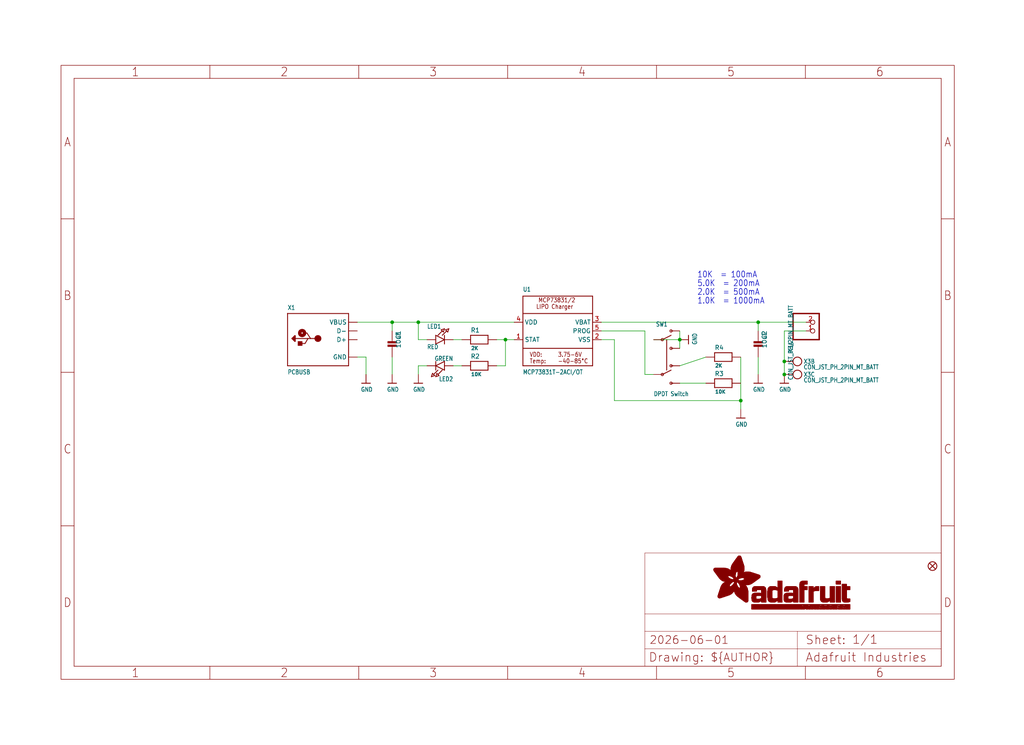
<source format=kicad_sch>
(kicad_sch (version 20230121) (generator eeschema)
  (paper "User" 298.45 217.322)
  (lib_symbols
    (symbol "working-eagle-import:CAP_CERAMIC0805-NOOUTLINE"
      (property "Reference" "C" (at -2.29 1.25 90))
      (symbol "CAP_CERAMIC0805-NOOUTLINE_1_0"
        (pin passive line (at 0 5.08 270) (length 2.54) (name "1") (number "1"))
        (pin passive line (at 0 -2.54 90) (length 2.54) (name "2") (number "2"))
      )
    )
    (symbol "working-eagle-import:CON_JST_PH_2PIN_MT_BATT"
      (property "Reference" "X" (at 0 5.588 90))
      (symbol "CON_JST_PH_2PIN_MT_BATT_1_0"
        (pin passive inverted (at -2.54 2.54 0) (length 2.54) (name "1") (number "1"))
        (pin passive inverted (at -2.54 0 0) (length 2.54) (name "2") (number "2"))
      )
      (symbol "CON_JST_PH_2PIN_MT_BATT_2_0"
        (pin bidirectional line (at 0 0 90) (length 2.54) (name "P$1") (number "NC2"))
      )
      (symbol "CON_JST_PH_2PIN_MT_BATT_3_0"
        (pin bidirectional line (at 0 0 90) (length 2.54) (name "P$1") (number "NC1"))
      )
    )
    (symbol "working-eagle-import:FIDUCIAL_1MM")
    (symbol "working-eagle-import:FRAME_A4_ADAFRUIT"
      (symbol "FRAME_A4_ADAFRUIT_1_0"
        (text "${#}/${##}" (at 230.505 10.16 0) (effects (font (size 2.54 2.54)) (justify left bottom)))
        (text "${AUTHOR}" (at 189.23 5.08 0) (effects (font (size 2.286 2.286)) (justify left bottom)))
        (text "${CURRENT_DATE}" (at 171.45 10.16 0) (effects (font (size 2.286 2.286)) (justify left bottom)))
        (text "${PROJECTNAME}" (at 171.45 15.24 0) (effects (font (size 2.54 2.54)) (justify left bottom)))
        (text "1" (at 21.6958 1.905 0) (effects (font (size 2.54 2.286))))
        (text "1" (at 21.6958 177.165 0) (effects (font (size 2.54 2.286))))
        (text "2" (at 65.0875 1.905 0) (effects (font (size 2.54 2.286))))
        (text "2" (at 65.0875 177.165 0) (effects (font (size 2.54 2.286))))
        (text "3" (at 108.4792 1.905 0) (effects (font (size 2.54 2.286))))
        (text "3" (at 108.4792 177.165 0) (effects (font (size 2.54 2.286))))
        (text "4" (at 151.8708 1.905 0) (effects (font (size 2.54 2.286))))
        (text "4" (at 151.8708 177.165 0) (effects (font (size 2.54 2.286))))
        (text "5" (at 195.2625 1.905 0) (effects (font (size 2.54 2.286))))
        (text "5" (at 195.2625 177.165 0) (effects (font (size 2.54 2.286))))
        (text "6" (at 238.6542 1.905 0) (effects (font (size 2.54 2.286))))
        (text "6" (at 238.6542 177.165 0) (effects (font (size 2.54 2.286))))
        (text "A" (at 1.905 156.6863 0) (effects (font (size 2.54 2.286))))
        (text "A" (at 258.445 156.6863 0) (effects (font (size 2.54 2.286))))
        (text "Adafruit Industries" (at 216.916 4.953 0) (effects (font (size 2.54 2.54)) (justify left bottom)))
        (text "B" (at 1.905 111.9188 0) (effects (font (size 2.54 2.286))))
        (text "B" (at 258.445 111.9188 0) (effects (font (size 2.54 2.286))))
        (text "C" (at 1.905 67.1513 0) (effects (font (size 2.54 2.286))))
        (text "C" (at 258.445 67.1513 0) (effects (font (size 2.54 2.286))))
        (text "D" (at 1.905 22.3838 0) (effects (font (size 2.54 2.286))))
        (text "D" (at 258.445 22.3838 0) (effects (font (size 2.54 2.286))))
        (text "Drawing:" (at 171.196 4.953 0) (effects (font (size 2.54 2.54)) (justify left bottom)))
        (text "Sheet:" (at 216.916 10.033 0) (effects (font (size 2.54 2.54)) (justify left bottom)))
      )
    )
    (symbol "working-eagle-import:GND" (power)
      (property "Value" "GND" (at -1.524 -2.54 0))
      (symbol "GND_1_0"
        (pin power_in line (at 0 2.54 270) (length 2.54) (name "GND") (number "1"))
      )
    )
    (symbol "working-eagle-import:LED0603_NOOUTLINE"
      (property "Reference" "D" (at -1.27 4.445 0))
      (symbol "LED0603_NOOUTLINE_1_0"
        (pin passive line (at -5.08 0 0) (length 2.54) (name "A") (number "A"))
        (pin passive line (at 2.54 0 180) (length 2.54) (name "C") (number "C"))
      )
    )
    (symbol "working-eagle-import:MCP73831/2"
      (property "Reference" "U" (at -10.16 11.43 0))
      (symbol "MCP73831/2_1_0"
        (text "-40-85°C" (at 0 -9.525 0) (effects (font (size 1.27 1.0795)) (justify left bottom)))
        (text "3.75-6V" (at 0 -7.62 0) (effects (font (size 1.27 1.0795)) (justify left bottom)))
        (text "LIPO Charger" (at -6.35 6.35 0) (effects (font (size 1.27 1.0795)) (justify left bottom)))
        (text "MCP73831/2" (at -5.715 8.255 0) (effects (font (size 1.27 1.0795)) (justify left bottom)))
        (text "Temp:" (at -8.255 -9.525 0) (effects (font (size 1.27 1.0795)) (justify left bottom)))
        (text "VDD:" (at -8.255 -7.62 0) (effects (font (size 1.27 1.0795)) (justify left bottom)))
        (pin output line (at -12.7 -2.54 0) (length 2.54) (name "STAT") (number "1"))
        (pin power_in line (at 12.7 -2.54 180) (length 2.54) (name "VSS") (number "2"))
        (pin power_in line (at 12.7 2.54 180) (length 2.54) (name "VBAT") (number "3"))
        (pin power_in line (at -12.7 2.54 0) (length 2.54) (name "VDD") (number "4"))
        (pin input line (at 12.7 0 180) (length 2.54) (name "PROG") (number "5"))
      )
    )
    (symbol "working-eagle-import:RESISTOR_0603_NOOUT"
      (property "Reference" "R" (at 0 2.54 0))
      (symbol "RESISTOR_0603_NOOUT_1_0"
        (pin passive line (at -5.08 0 0) (length 2.54) (name "1") (number "1"))
        (pin passive line (at 5.08 0 180) (length 2.54) (name "2") (number "2"))
      )
    )
    (symbol "working-eagle-import:SWITCH_DPDTEG1390"
      (property "Reference" "SW" (at -4.445 8.89 0))
      (symbol "SWITCH_DPDTEG1390_1_0"
        (pin passive line (at 2.54 7.62 180) (length 2.54) (name "O1") (number "O1"))
        (pin passive line (at 2.54 -2.54 180) (length 2.54) (name "O2") (number "O2"))
        (pin passive line (at -5.08 5.08 0) (length 2.54) (name "P1") (number "P1"))
        (pin passive line (at -5.08 -5.08 0) (length 2.54) (name "P2") (number "P2"))
        (pin passive line (at 2.54 2.54 180) (length 2.54) (name "S1") (number "S1"))
        (pin passive line (at 2.54 -7.62 180) (length 2.54) (name "S2") (number "S2"))
      )
    )
    (symbol "working-eagle-import:USB_TYPEAPCB"
      (property "Reference" "X" (at -10.16 8.636 0))
      (symbol "USB_TYPEAPCB_1_0"
        (pin power_in line (at 10.16 -5.08 180) (length 2.54) (name "GND") (number "GND"))
        (pin bidirectional line (at 10.16 2.54 180) (length 2.54) (name "D-") (number "USB_NEG"))
        (pin bidirectional line (at 10.16 0 180) (length 2.54) (name "D+") (number "USB_PLUS"))
        (pin power_in line (at 10.16 5.08 180) (length 2.54) (name "VBUS") (number "VCC"))
      )
    )
  )
  (junction (at 215.9 116.84))
  (junction (at 114.3 93.98))
  (junction (at 228.6 109.22))
  (junction (at 220.98 93.98))
  (junction (at 198.12 99.06))
  (junction (at 228.6 105.41))
  (junction (at 147.32 99.06))
  (junction (at 121.92 93.98))
  (wire (pts (xy 114.3 93.98) (xy 121.92 93.98)) (stroke (width 0.1524)))
  (wire (pts (xy 198.12 106.68) (xy 205.74 104.14)) (stroke (width 0.1524)))
  (wire (pts (xy 187.96 109.22) (xy 187.96 96.52)) (stroke (width 0.1524)))
  (wire (pts (xy 104.14 93.98) (xy 114.3 93.98)) (stroke (width 0.1524)))
  (wire (pts (xy 234.95 93.98) (xy 220.98 93.98)) (stroke (width 0.1524)))
  (wire (pts (xy 220.98 93.98) (xy 175.26 93.98)) (stroke (width 0.1524)))
  (wire (pts (xy 114.3 104.14) (xy 114.3 109.22)) (stroke (width 0.1524)))
  (wire (pts (xy 132.08 99.06) (xy 134.62 99.06)) (stroke (width 0.1524)))
  (wire (pts (xy 198.12 99.06) (xy 198.12 96.52)) (stroke (width 0.1524)))
  (wire (pts (xy 147.32 106.68) (xy 147.32 99.06)) (stroke (width 0.1524)))
  (wire (pts (xy 144.78 99.06) (xy 147.32 99.06)) (stroke (width 0.1524)))
  (wire (pts (xy 215.9 104.14) (xy 215.9 116.84)) (stroke (width 0.1524)))
  (wire (pts (xy 144.78 106.68) (xy 147.32 106.68)) (stroke (width 0.1524)))
  (wire (pts (xy 198.12 99.06) (xy 198.12 101.6)) (stroke (width 0.1524)))
  (wire (pts (xy 215.9 116.84) (xy 215.9 119.38)) (stroke (width 0.1524)))
  (wire (pts (xy 124.46 99.06) (xy 121.92 99.06)) (stroke (width 0.1524)))
  (wire (pts (xy 121.92 99.06) (xy 121.92 93.98)) (stroke (width 0.1524)))
  (wire (pts (xy 121.92 106.68) (xy 121.92 109.22)) (stroke (width 0.1524)))
  (wire (pts (xy 175.26 96.52) (xy 187.96 96.52)) (stroke (width 0.1524)))
  (wire (pts (xy 124.46 106.68) (xy 121.92 106.68)) (stroke (width 0.1524)))
  (wire (pts (xy 220.98 96.52) (xy 220.98 93.98)) (stroke (width 0.1524)))
  (wire (pts (xy 228.6 105.41) (xy 228.6 109.22)) (stroke (width 0.1524)))
  (wire (pts (xy 198.12 111.76) (xy 205.74 111.76)) (stroke (width 0.1524)))
  (wire (pts (xy 179.07 99.06) (xy 179.07 116.84)) (stroke (width 0.1524)))
  (wire (pts (xy 220.98 104.14) (xy 220.98 109.22)) (stroke (width 0.1524)))
  (wire (pts (xy 175.26 99.06) (xy 179.07 99.06)) (stroke (width 0.1524)))
  (wire (pts (xy 228.6 96.52) (xy 228.6 105.41)) (stroke (width 0.1524)))
  (wire (pts (xy 190.5 109.22) (xy 187.96 109.22)) (stroke (width 0.1524)))
  (wire (pts (xy 134.62 106.68) (xy 132.08 106.68)) (stroke (width 0.1524)))
  (wire (pts (xy 179.07 116.84) (xy 215.9 116.84)) (stroke (width 0.1524)))
  (wire (pts (xy 114.3 96.52) (xy 114.3 93.98)) (stroke (width 0.1524)))
  (wire (pts (xy 147.32 99.06) (xy 149.86 99.06)) (stroke (width 0.1524)))
  (wire (pts (xy 104.14 104.14) (xy 106.68 104.14)) (stroke (width 0.1524)))
  (wire (pts (xy 234.95 96.52) (xy 228.6 96.52)) (stroke (width 0.1524)))
  (wire (pts (xy 190.5 99.06) (xy 198.12 99.06)) (stroke (width 0.1524)))
  (wire (pts (xy 106.68 104.14) (xy 106.68 109.22)) (stroke (width 0.1524)))
  (wire (pts (xy 121.92 93.98) (xy 149.86 93.98)) (stroke (width 0.1524)))
  (text "2.0K  = 500mA" (at 203.2 86.36 0) (effects (font (size 1.778 1.5113)) (justify left bottom)))
  (text "10K  = 100mA" (at 203.2 81.28 0) (effects (font (size 1.778 1.5113)) (justify left bottom)))
  (text "1.0K  = 1000mA" (at 203.2 88.9 0) (effects (font (size 1.778 1.5113)) (justify left bottom)))
  (text "5.0K  = 200mA" (at 203.2 83.82 0) (effects (font (size 1.778 1.5113)) (justify left bottom)))
  (symbol (lib_id "working-eagle-import:GND") (at 114.3 111.76 0) (unit 1)
    (property "Reference" "#U$3" (effects hide))
    (property "Value" "GND" (at 112.776 114.3 0) (effects (font (size 1.27 1.0795)) (justify left bottom)))
  )
  (symbol (lib_id "working-eagle-import:FRAME_A4_ADAFRUIT") (at 17.78 198.12 0) (unit 1)
    (property "Reference" "#U$1" (effects hide))
    (property "Value" "FRAME_A4_ADAFRUIT" (effects hide))
  )
  (symbol (lib_id "working-eagle-import:USB_TYPEAPCB") (at 93.98 99.06 0) (unit 1)
    (property "Reference" "X1" (at 83.82 90.424 0) (effects (font (size 1.27 1.0795)) (justify left bottom)))
    (property "Value" "PCBUSB" (at 83.82 109.22 0) (effects (font (size 1.27 1.0795)) (justify left bottom)))
    (property "Footprint" "working:USBA_PCB" (effects hide))
  )
  (symbol (lib_id "working-eagle-import:FIDUCIAL_1MM") (at 271.78 165.1 0) (unit 1)
    (property "Reference" "FID1" (effects hide))
    (property "Value" "FIDUCIAL_1MM" (effects hide))
    (property "Footprint" "working:FIDUCIAL_1MM" (effects hide))
  )
  (symbol (lib_id "working-eagle-import:GND") (at 215.9 121.92 0) (unit 1)
    (property "Reference" "#U$6" (effects hide))
    (property "Value" "GND" (at 214.376 124.46 0) (effects (font (size 1.27 1.0795)) (justify left bottom)))
  )
  (symbol (lib_id "working-eagle-import:CON_JST_PH_2PIN_MT_BATT") (at 237.49 93.98 0) (mirror x) (unit 1)
    (property "Reference" "X3" (at 231.14 99.695 90) (effects (font (size 1.27 1.0795)) (justify left bottom)))
    (property "Value" "CON_JST_PH_2PIN_MT_BATT" (at 231.14 88.9 90) (effects (font (size 1.27 1.0795)) (justify left bottom)))
    (property "Footprint" "working:JSTPH2_BATT" (effects hide))
  )
  (symbol (lib_id "working-eagle-import:RESISTOR_0603_NOOUT") (at 139.7 99.06 0) (unit 1)
    (property "Reference" "R1" (at 137.16 97.028 0) (effects (justify left bottom)))
    (property "Value" "2K" (at 137.16 102.235 0) (effects (font (size 1.016 1.016) bold) (justify left bottom)))
    (property "Footprint" "working:0603-NO" (effects hide))
  )
  (symbol (lib_id "working-eagle-import:RESISTOR_0603_NOOUT") (at 139.7 106.68 0) (unit 1)
    (property "Reference" "R2" (at 137.16 104.648 0) (effects (justify left bottom)))
    (property "Value" "10K" (at 137.16 109.855 0) (effects (font (size 1.016 1.016) bold) (justify left bottom)))
    (property "Footprint" "working:0603-NO" (effects hide))
  )
  (symbol (lib_id "working-eagle-import:GND") (at 106.68 111.76 0) (unit 1)
    (property "Reference" "#U$2" (effects hide))
    (property "Value" "GND" (at 105.156 114.3 0) (effects (font (size 1.27 1.0795)) (justify left bottom)))
  )
  (symbol (lib_id "working-eagle-import:GND") (at 228.6 111.76 0) (unit 1)
    (property "Reference" "#U$4" (effects hide))
    (property "Value" "GND" (at 227.076 114.3 0) (effects (font (size 1.27 1.0795)) (justify left bottom)))
  )
  (symbol (lib_id "working-eagle-import:MCP73831/2") (at 162.56 96.52 0) (unit 1)
    (property "Reference" "U1" (at 152.4 85.09 0) (effects (font (size 1.27 1.0795)) (justify left bottom)))
    (property "Value" "MCP73831T-2ACI/OT" (at 152.4 109.22 0) (effects (font (size 1.27 1.0795)) (justify left bottom)))
    (property "Footprint" "working:SOT23-5" (effects hide))
  )
  (symbol (lib_id "working-eagle-import:CAP_CERAMIC0805-NOOUTLINE") (at 114.3 101.6 0) (unit 1)
    (property "Reference" "C1" (at 116.84 99.06 90) (effects (justify left bottom)))
    (property "Value" "10uF" (at 116.84 101.6 90) (effects (justify left bottom)))
    (property "Footprint" "working:0805-NO" (effects hide))
  )
  (symbol (lib_id "working-eagle-import:GND") (at 121.92 111.76 0) (unit 1)
    (property "Reference" "#U$7" (effects hide))
    (property "Value" "GND" (at 120.396 114.3 0) (effects (font (size 1.27 1.0795)) (justify left bottom)))
  )
  (symbol (lib_id "working-eagle-import:SWITCH_DPDTEG1390") (at 195.58 104.14 0) (unit 1)
    (property "Reference" "SW1" (at 191.135 95.25 0) (effects (font (size 1.27 1.0795)) (justify left bottom)))
    (property "Value" "DPDT Switch" (at 190.5 115.57 0) (effects (font (size 1.27 1.0795)) (justify left bottom)))
    (property "Footprint" "working:EG1390" (effects hide))
  )
  (symbol (lib_id "working-eagle-import:GND") (at 200.66 99.06 90) (unit 1)
    (property "Reference" "#U$10" (effects hide))
    (property "Value" "GND" (at 203.2 100.584 0) (effects (font (size 1.27 1.0795)) (justify left bottom)))
  )
  (symbol (lib_id "working-eagle-import:CON_JST_PH_2PIN_MT_BATT") (at 228.6 105.41 270) (unit 2)
    (property "Reference" "X3" (at 234.188 105.41 90) (effects (font (size 1.27 1.0795)) (justify left)))
    (property "Value" "CON_JST_PH_2PIN_MT_BATT" (at 234.188 107.061 90) (effects (font (size 1.27 1.0795)) (justify left)))
    (property "Footprint" "working:JSTPH2_BATT" (effects hide))
  )
  (symbol (lib_id "working-eagle-import:RESISTOR_0603_NOOUT") (at 210.82 104.14 0) (unit 1)
    (property "Reference" "R4" (at 208.28 102.108 0) (effects (justify left bottom)))
    (property "Value" "2K" (at 208.28 107.315 0) (effects (font (size 1.016 1.016) bold) (justify left bottom)))
    (property "Footprint" "working:0603-NO" (effects hide))
  )
  (symbol (lib_id "working-eagle-import:CON_JST_PH_2PIN_MT_BATT") (at 228.6 109.22 270) (unit 3)
    (property "Reference" "X3" (at 234.188 109.22 90) (effects (font (size 1.27 1.0795)) (justify left)))
    (property "Value" "CON_JST_PH_2PIN_MT_BATT" (at 234.188 110.871 90) (effects (font (size 1.27 1.0795)) (justify left)))
    (property "Footprint" "working:JSTPH2_BATT" (effects hide))
  )
  (symbol (lib_id "working-eagle-import:GND") (at 220.98 111.76 0) (unit 1)
    (property "Reference" "#U$5" (effects hide))
    (property "Value" "GND" (at 219.456 114.3 0) (effects (font (size 1.27 1.0795)) (justify left bottom)))
  )
  (symbol (lib_id "working-eagle-import:LED0603_NOOUTLINE") (at 127 106.68 180) (unit 1)
    (property "Reference" "LED2" (at 132.08 109.855 0) (effects (font (size 1.27 1.0795)) (justify left bottom)))
    (property "Value" "GREEN" (at 132.08 103.886 0) (effects (font (size 1.27 1.0795)) (justify left bottom)))
    (property "Footprint" "working:CHIPLED_0603_NOOUTLINE" (effects hide))
  )
  (symbol (lib_id "working-eagle-import:RESISTOR_0603_NOOUT") (at 210.82 111.76 0) (unit 1)
    (property "Reference" "R3" (at 208.28 109.728 0) (effects (justify left bottom)))
    (property "Value" "10K" (at 208.28 114.935 0) (effects (font (size 1.016 1.016) bold) (justify left bottom)))
    (property "Footprint" "working:0603-NO" (effects hide))
  )
  (symbol (lib_id "working-eagle-import:CAP_CERAMIC0805-NOOUTLINE") (at 220.98 101.6 0) (unit 1)
    (property "Reference" "C2" (at 223.52 99.06 90) (effects (justify left bottom)))
    (property "Value" "10uF" (at 223.52 101.6 90) (effects (justify left bottom)))
    (property "Footprint" "working:0805-NO" (effects hide))
  )
  (symbol (lib_id "working-eagle-import:LED0603_NOOUTLINE") (at 129.54 99.06 0) (unit 1)
    (property "Reference" "LED1" (at 124.46 95.885 0) (effects (font (size 1.27 1.0795)) (justify left bottom)))
    (property "Value" "RED" (at 124.46 101.854 0) (effects (font (size 1.27 1.0795)) (justify left bottom)))
    (property "Footprint" "working:CHIPLED_0603_NOOUTLINE" (effects hide))
  )
)
</source>
